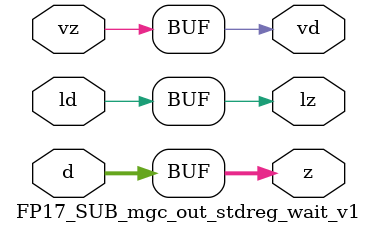
<source format=v>
module FP17_SUB_mgc_out_stdreg_wait_v1 (ld, vd, d, lz, vz, z);
  parameter integer rscid = 1;
  parameter integer width = 8;
  input ld;
  output vd;
  input [width-1:0] d;
  output lz;
  input vz;
  output [width-1:0] z;
  wire vd;
  wire lz;
  wire [width-1:0] z;
  assign z = d;
  assign lz = ld;
  assign vd = vz;
endmodule
</source>
